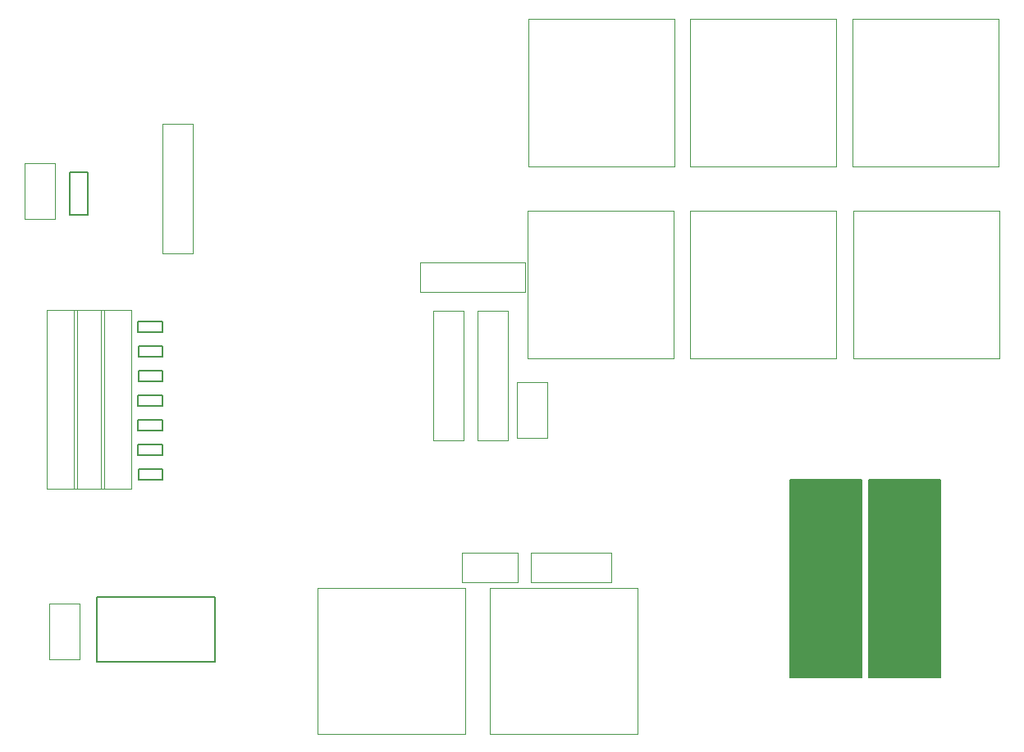
<source format=gbr>
G04*
G04 #@! TF.GenerationSoftware,Altium Limited,Altium Designer,24.1.2 (44)*
G04*
G04 Layer_Color=32768*
%FSLAX25Y25*%
%MOIN*%
G70*
G04*
G04 #@! TF.SameCoordinates,E3FF4B23-F407-445B-9987-FD0FFFC61A21*
G04*
G04*
G04 #@! TF.FilePolarity,Positive*
G04*
G01*
G75*
%ADD12C,0.00787*%
%ADD14C,0.00600*%
%ADD59C,0.00394*%
%ADD62C,0.00197*%
G36*
X562000Y261250D02*
Y341750D01*
X533000D01*
Y261250D01*
X562000D01*
D02*
G37*
G36*
X565000Y341750D02*
Y261250D01*
X594000D01*
Y341750D01*
X565000D01*
D02*
G37*
D12*
X277969Y341835D02*
Y346165D01*
X268126D02*
X277969D01*
X268126Y341835D02*
Y346165D01*
Y341835D02*
X277969D01*
Y391835D02*
Y396165D01*
X268126D02*
X277969D01*
X268126Y391835D02*
Y396165D01*
Y391835D02*
X277969D01*
Y381835D02*
Y386165D01*
X268126D02*
X277969D01*
X268126Y381835D02*
Y386165D01*
Y381835D02*
X277969D01*
X277874Y371835D02*
Y376165D01*
X268032D02*
X277874D01*
X268032Y371835D02*
Y376165D01*
Y371835D02*
X277874D01*
Y361835D02*
Y366165D01*
X268032D02*
X277874D01*
X268032Y361835D02*
Y366165D01*
Y361835D02*
X277874D01*
Y351835D02*
Y356165D01*
X268032D02*
X277874D01*
X268032Y351835D02*
Y356165D01*
Y351835D02*
X277874D01*
Y401835D02*
Y406165D01*
X268032D02*
X277874D01*
X268032Y401835D02*
Y406165D01*
Y401835D02*
X277874D01*
X240260Y449339D02*
X247740D01*
Y466661D01*
X240260D02*
X247740D01*
X240260Y449339D02*
Y466661D01*
X251142Y267701D02*
Y294079D01*
Y267701D02*
X299173D01*
Y294079D01*
X251142D02*
X299173D01*
D14*
X565000Y261250D02*
X594000D01*
Y341750D01*
X565000D02*
X594000D01*
X565000Y261250D02*
Y341750D01*
X533000D02*
X562000D01*
X533000Y261250D02*
Y341750D01*
Y261250D02*
X562000D01*
Y341750D01*
D59*
X558512Y451150D02*
X617803D01*
Y391110D02*
Y451150D01*
X558512Y391110D02*
X617803D01*
X558512D02*
Y451150D01*
X492354D02*
X551646D01*
Y391110D02*
Y451150D01*
X492354Y391110D02*
X551646D01*
X492354D02*
Y451150D01*
X426354D02*
X485646D01*
Y391110D02*
Y451150D01*
X426354Y391110D02*
X485646D01*
X426354D02*
Y451150D01*
X558197Y529150D02*
X617488D01*
Y469110D02*
Y529150D01*
X558197Y469110D02*
X617488D01*
X558197D02*
Y529150D01*
X492197D02*
X551488D01*
Y469110D02*
Y529150D01*
X492197Y469110D02*
X551488D01*
X492197D02*
Y529150D01*
X426512D02*
X485803D01*
Y469110D02*
Y529150D01*
X426512Y469110D02*
X485803D01*
X426512D02*
Y529150D01*
X410850Y238512D02*
Y297803D01*
X470890D01*
Y238512D02*
Y297803D01*
X410850Y238512D02*
X470890D01*
X340850D02*
Y297803D01*
X400890D01*
Y238512D02*
Y297803D01*
X340850Y238512D02*
X400890D01*
D62*
X230917Y337968D02*
X243083D01*
Y410724D01*
X230917D02*
X243083D01*
X230917Y337968D02*
Y410724D01*
X241917Y337968D02*
X254083D01*
Y410724D01*
X241917D02*
X254083D01*
X241917Y337968D02*
Y410724D01*
X252917Y337968D02*
X265083D01*
Y410724D01*
X252917D02*
X265083D01*
X252917Y337968D02*
Y410724D01*
X405917Y357622D02*
Y410378D01*
X418083D01*
Y357622D02*
Y410378D01*
X405917Y357622D02*
X418083D01*
X425378Y417917D02*
Y430083D01*
X382622D02*
X425378D01*
X382622Y417917D02*
Y430083D01*
Y417917D02*
X425378D01*
X427622Y312083D02*
X460378D01*
Y299917D02*
Y312083D01*
X427622Y299917D02*
X460378D01*
X427622D02*
Y312083D01*
X399622Y299917D02*
X422378D01*
X399622D02*
Y312083D01*
X422378D01*
Y299917D02*
Y312083D01*
X421917Y358622D02*
Y381378D01*
X434083D01*
Y358622D02*
Y381378D01*
X421917Y358622D02*
X434083D01*
X231917Y268622D02*
Y291378D01*
X244083D01*
Y268622D02*
Y291378D01*
X231917Y268622D02*
X244083D01*
X277917Y433622D02*
Y486378D01*
X290083D01*
Y433622D02*
Y486378D01*
X277917Y433622D02*
X290083D01*
X387917Y357622D02*
Y410378D01*
X400083D01*
Y357622D02*
Y410378D01*
X387917Y357622D02*
X400083D01*
X221917Y447622D02*
Y470378D01*
X234083D01*
Y447622D02*
Y470378D01*
X221917Y447622D02*
X234083D01*
M02*

</source>
